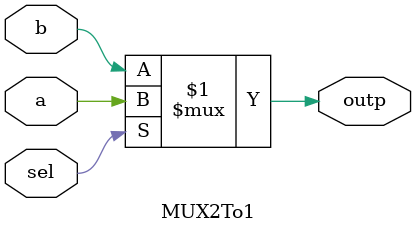
<source format=v>
module MUX2To1(a,b,sel,outp);
input a,b,sel;
output outp;
assign outp=sel?a:b;
endmodule
</source>
